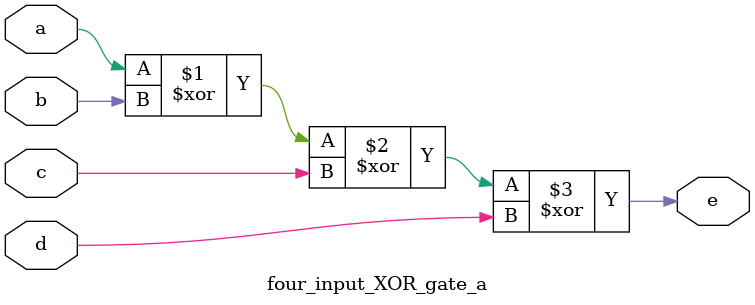
<source format=v>
`timescale 1ns / 1ps

module four_input_XOR_gate_a(
input a,
input b,
input c,
input d,
output e
    );
    assign e = a^b^c^d;  
endmodule

</source>
